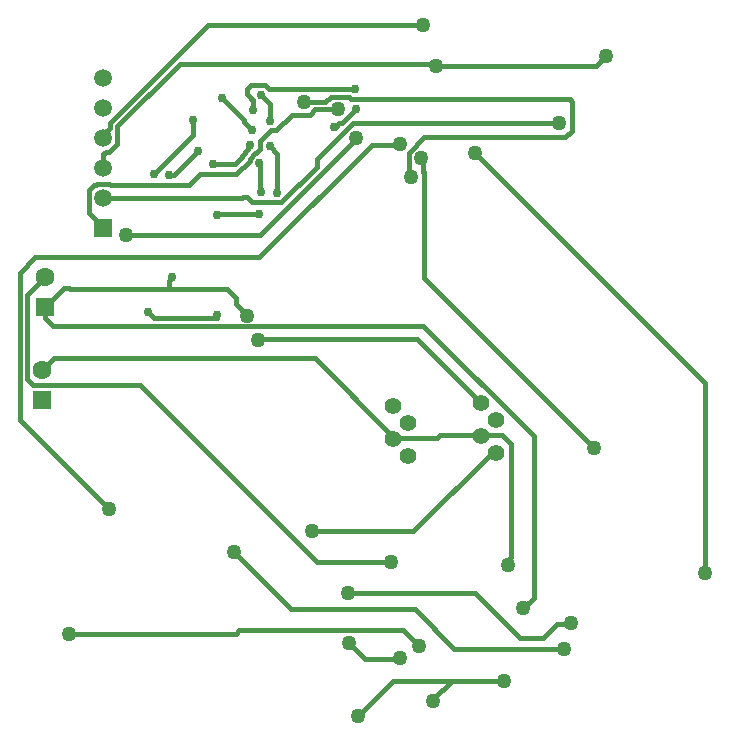
<source format=gbl>
G04*
G04 #@! TF.GenerationSoftware,Altium Limited,Altium Designer,21.3.2 (30)*
G04*
G04 Layer_Physical_Order=2*
G04 Layer_Color=16711680*
%FSLAX25Y25*%
%MOIN*%
G70*
G04*
G04 #@! TF.SameCoordinates,A7B022F8-E884-4121-B654-9C37E9188DC7*
G04*
G04*
G04 #@! TF.FilePolarity,Positive*
G04*
G01*
G75*
%ADD29C,0.01500*%
%ADD49C,0.05512*%
%ADD50R,0.05906X0.05906*%
%ADD51C,0.05906*%
%ADD52C,0.06299*%
%ADD53R,0.06299X0.06299*%
%ADD54C,0.03000*%
%ADD55C,0.05000*%
D29*
X360582Y421178D02*
X363688Y418072D01*
Y412504D02*
Y418072D01*
X354775Y412225D02*
Y412725D01*
X347500Y420000D02*
X354775Y412725D01*
Y412225D02*
X357707Y409293D01*
X386605Y411699D02*
X387699D01*
X385000Y410500D02*
X385406D01*
X386605Y411699D01*
X387699D02*
X392250Y416250D01*
X365622Y409250D02*
X370872Y414500D01*
X360204Y405570D02*
X363885Y409250D01*
X370872Y414500D02*
X376822D01*
X360204Y403189D02*
Y405570D01*
X363885Y409250D02*
X365622D01*
X366000Y388500D02*
Y401466D01*
X363454Y404012D02*
X366000Y401466D01*
X340298Y394798D02*
X352334D01*
X363454Y404012D02*
Y404223D01*
X356954Y404129D02*
Y404535D01*
X356290Y403464D02*
X356954Y404129D01*
X358654Y401750D02*
X358765D01*
X356290Y402921D02*
Y403464D01*
X358765Y401750D02*
X360204Y403189D01*
X475352Y434000D02*
X475500D01*
X333415Y431415D02*
X418800D01*
X472067Y430715D02*
X475352Y434000D01*
X418800Y430715D02*
X472067D01*
X392180Y406549D02*
Y406635D01*
X355792Y387050D02*
X357592Y385250D01*
X379298Y399763D02*
X391250Y411715D01*
X379298Y397202D02*
Y399763D01*
X315500Y374500D02*
X360132D01*
X357592Y385250D02*
X367346D01*
X391250Y411715D02*
X460000D01*
X360132Y374500D02*
X392180Y406549D01*
X367346Y385250D02*
X379298Y397202D01*
X345850Y381000D02*
X346100Y381250D01*
X359750D02*
X360000Y381500D01*
X346100Y381250D02*
X359750D01*
X378572Y416250D02*
X386240D01*
X382000Y418750D02*
X383751Y420500D01*
X389904D01*
X363355Y423000D02*
X392000D01*
X361928Y424428D02*
X363355Y423000D01*
X389904Y420500D02*
X390654Y419750D01*
X463421D01*
X464300Y418871D01*
Y409215D02*
Y418871D01*
X374900Y418750D02*
X382000D01*
X376822Y414500D02*
X378572Y416250D01*
X357306Y424428D02*
X361928D01*
X357332Y419832D02*
X357739Y419424D01*
Y416261D02*
Y419424D01*
X357332Y419832D02*
Y420158D01*
X356000Y421489D02*
Y423121D01*
X357306Y424428D01*
X356000Y421489D02*
X357332Y420158D01*
X357739Y416261D02*
X358000Y416000D01*
X356750Y399846D02*
X358654Y401750D01*
X356750Y399215D02*
Y399846D01*
X360000Y398500D02*
X360250Y398250D01*
X354250Y400882D02*
X356290Y402921D01*
X354250Y400250D02*
Y400882D01*
X360250Y389000D02*
Y398250D01*
Y389000D02*
X360500Y388750D01*
X330000Y356400D02*
Y359094D01*
X331000Y360094D02*
Y360500D01*
X330000Y359094D02*
X331000Y360094D01*
X352048Y398048D02*
X354250Y400250D01*
X352334Y394798D02*
X356750Y399215D01*
X344452Y398048D02*
X352048D01*
X330000Y356400D02*
X349100D01*
X296878D02*
X330000D01*
Y394500D02*
X331500D01*
X339500Y402500D01*
X336500Y391000D02*
X340298Y394798D01*
X310466Y391000D02*
X336500D01*
X442975Y264315D02*
X443644Y264985D01*
Y266588D02*
X444000Y266944D01*
Y304715D01*
X440900Y307815D02*
X444000Y304715D01*
X443644Y264985D02*
Y266588D01*
X454500Y239915D02*
X459250Y244665D01*
X463665D02*
X464000Y245000D01*
X459250Y244665D02*
X463665D01*
X447000Y239915D02*
X454500D01*
X451400Y253400D02*
Y307319D01*
X448000Y250000D02*
X451400Y253400D01*
X411900Y249615D02*
X425015Y236500D01*
X461500D01*
X353263Y242665D02*
X407913D01*
X352098Y241500D02*
X353263Y242665D01*
X296500Y241500D02*
X352098D01*
X414670Y395456D02*
Y399330D01*
X409830Y394285D02*
X410500Y393615D01*
X409750Y398240D02*
X409830Y398159D01*
X406479Y404500D02*
X406739Y404760D01*
X409830Y394285D02*
Y398159D01*
X414800Y360147D02*
Y395325D01*
X414905Y406915D02*
X462000D01*
X414000Y400000D02*
X414670Y399330D01*
X409750Y401760D02*
X414905Y406915D01*
X409750Y398240D02*
Y401760D01*
X397500Y404500D02*
X406479D01*
X414670Y395456D02*
X414800Y395325D01*
X395200Y233015D02*
X406515D01*
X407000Y233500D01*
X389800Y238415D02*
X395200Y233015D01*
X418000Y219615D02*
X424200Y225815D01*
X418000Y219000D02*
Y219615D01*
X360015Y367015D02*
X397500Y404500D01*
X352215Y351285D02*
Y353285D01*
Y351285D02*
X356000Y347500D01*
X359652Y339444D02*
X359923Y339715D01*
X412632D01*
X349100Y356400D02*
X352215Y353285D01*
X296463Y356815D02*
X296878Y356400D01*
X354315Y386815D02*
X354550Y387050D01*
X355792D01*
X308000Y386815D02*
X354315D01*
X431900Y401815D02*
X508500Y325215D01*
X379215Y265500D02*
X404000D01*
X320300Y324415D02*
X379215Y265500D01*
X306052Y391518D02*
X309948D01*
X304885Y391000D02*
X305534D01*
X309948Y391518D02*
X310466Y391000D01*
X305534D02*
X306052Y391518D01*
X303200Y389315D02*
X304885Y391000D01*
X325000Y394815D02*
X338000Y407815D01*
Y412815D01*
X310203Y411738D02*
X342980Y444515D01*
X312703Y410703D02*
X333415Y431415D01*
X310203Y410210D02*
Y411738D01*
X312703Y404867D02*
Y410703D01*
X308000Y408007D02*
X310203Y410210D01*
X342980Y444515D02*
X414500D01*
X308000Y406815D02*
Y408007D01*
X308879Y402112D02*
X309948D01*
X308000Y401234D02*
X308879Y402112D01*
X308000Y396815D02*
Y401234D01*
X309948Y402112D02*
X312703Y404867D01*
X285300Y367015D02*
X360015D01*
X323000Y348815D02*
X325000Y346815D01*
X346000D02*
Y347815D01*
X287500Y329315D02*
X291500Y333315D01*
X288500Y346815D02*
X291100Y344215D01*
X404600Y225815D02*
X424200D01*
X392900Y214115D02*
X404600Y225815D01*
X325000Y346815D02*
X346000D01*
X412632Y339715D02*
X434532Y317815D01*
X414504Y344215D02*
X451400Y307319D01*
X508500Y261815D02*
Y325215D01*
X378532Y333315D02*
X405032Y306815D01*
X284500Y324415D02*
X320300D01*
X280100Y312815D02*
X309780Y283135D01*
X282600Y326315D02*
X284500Y324415D01*
X282600Y326315D02*
Y354415D01*
X303200Y381615D02*
X308000Y376815D01*
X303200Y381615D02*
Y389315D01*
X462000Y406915D02*
X464300Y409215D01*
X414800Y360147D02*
X471500Y303447D01*
X282600Y354415D02*
X288500Y360315D01*
X280100Y361815D02*
X285300Y367015D01*
X280100Y312815D02*
Y361815D01*
X295000Y356815D02*
X296463D01*
X288500Y350315D02*
X295000Y356815D01*
X291100Y344215D02*
X414504D01*
X291500Y333315D02*
X378532D01*
X288500Y346815D02*
Y350315D01*
X424200Y225815D02*
X441700D01*
X405032Y306815D02*
X419200D01*
X389500Y255015D02*
X431900D01*
X377600Y275615D02*
X411269D01*
X370700Y249615D02*
X411900D01*
X420200Y307815D02*
X440900D01*
X419200Y306815D02*
X420200Y307815D01*
X411269Y275615D02*
X438469Y302815D01*
X351500Y268815D02*
X370700Y249615D01*
X431900Y255015D02*
X447000Y239915D01*
X407913Y242665D02*
X413063Y237515D01*
D49*
X434000Y318315D02*
D03*
X439000Y312815D02*
D03*
X434000Y307315D02*
D03*
X439000Y301815D02*
D03*
X404500Y317315D02*
D03*
X409500Y311815D02*
D03*
X404500Y306315D02*
D03*
X409500Y300815D02*
D03*
D50*
X308000Y376815D02*
D03*
D51*
Y386815D02*
D03*
Y396815D02*
D03*
Y406815D02*
D03*
Y416815D02*
D03*
Y426815D02*
D03*
D52*
X287500Y329315D02*
D03*
X288500Y360315D02*
D03*
D53*
X287500Y319315D02*
D03*
X288500Y350315D02*
D03*
D54*
X363688Y412504D02*
D03*
X357707Y409293D02*
D03*
X385000Y410500D02*
D03*
X356954Y404535D02*
D03*
X363454Y404223D02*
D03*
X366000Y388500D02*
D03*
X345850Y381000D02*
D03*
X392000Y423000D02*
D03*
X392250Y416250D02*
D03*
X360582Y421178D02*
D03*
X358000Y416000D02*
D03*
X360000Y398500D02*
D03*
X331000Y360500D02*
D03*
X360500Y388750D02*
D03*
X330000Y394500D02*
D03*
X339500Y402500D02*
D03*
X344452Y398048D02*
D03*
X347500Y420000D02*
D03*
X360000Y381500D02*
D03*
X323000Y348815D02*
D03*
X338000Y412815D02*
D03*
X325000Y394815D02*
D03*
X346000Y347815D02*
D03*
D55*
X475500Y434000D02*
D03*
X386240Y416250D02*
D03*
X392180Y406635D02*
D03*
X374900Y418750D02*
D03*
X315500Y374500D02*
D03*
X464000Y245000D02*
D03*
X448000Y250000D02*
D03*
X461500Y236500D02*
D03*
X296500Y241500D02*
D03*
X406739Y404760D02*
D03*
X414000Y400000D02*
D03*
X407000Y233500D02*
D03*
X418000Y219000D02*
D03*
X356000Y347500D02*
D03*
X359652Y339444D02*
D03*
X431900Y401815D02*
D03*
X404000Y265500D02*
D03*
X309780Y283135D02*
D03*
X377600Y275615D02*
D03*
X351500Y268815D02*
D03*
X389500Y255015D02*
D03*
X460000Y411715D02*
D03*
X389800Y238415D02*
D03*
X471500Y303447D02*
D03*
X413063Y237515D02*
D03*
X441700Y225815D02*
D03*
X410500Y393615D02*
D03*
X442975Y264315D02*
D03*
X418800Y430715D02*
D03*
X392900Y214115D02*
D03*
X414500Y444515D02*
D03*
X508500Y261815D02*
D03*
M02*

</source>
